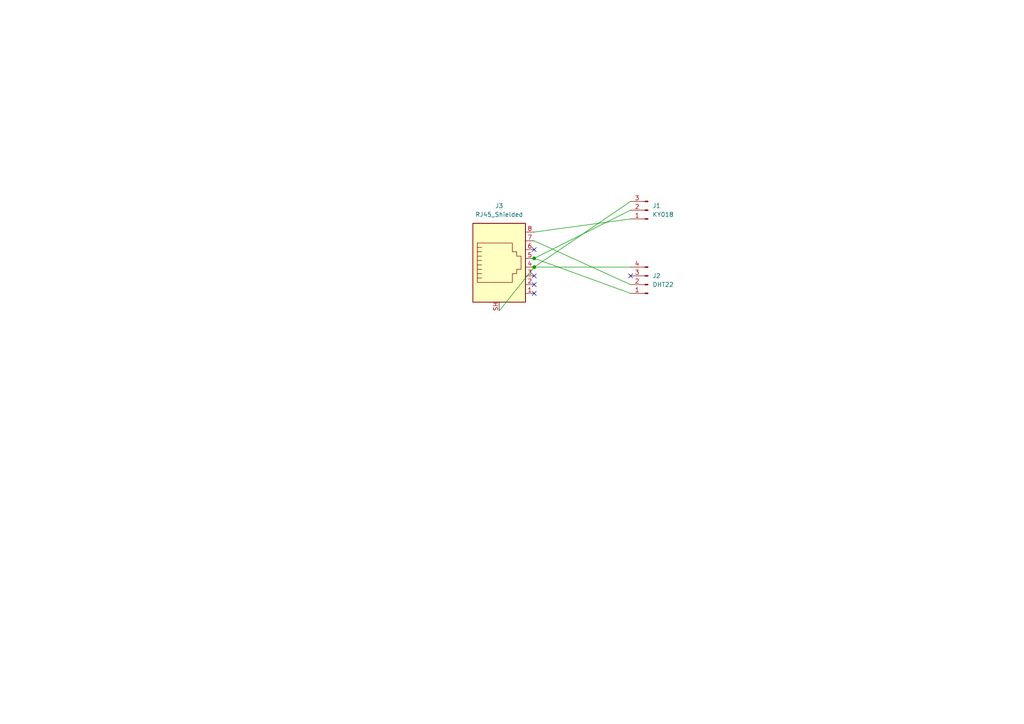
<source format=kicad_sch>
(kicad_sch (version 20211123) (generator eeschema)
  (paper "A4")
  (lib_symbols
    (symbol "Connector:Conn_01x03_Male" (pin_names (offset 1.016) hide)
      (property "Reference" "J" (at 0 5.08 0))
      (property "Value" "Conn_01x03_Male" (at 0 -5.08 0))
      (symbol "Conn_01x03_Male_1_1"
        (polyline (pts (xy 1.27 -2.54) (xy 0.8636 -2.54)) (stroke (width 0.1524)))
        (polyline (pts (xy 1.27 0) (xy 0.8636 0)) (stroke (width 0.1524)))
        (polyline (pts (xy 1.27 2.54) (xy 0.8636 2.54)) (stroke (width 0.1524)))
        (rectangle (start 0.8636 -2.413) (end 0 -2.667) (stroke (width 0.1524)) (fill (type outline)))
        (rectangle (start 0.8636 0.127) (end 0 -0.127) (stroke (width 0.1524)) (fill (type outline)))
        (rectangle (start 0.8636 2.667) (end 0 2.413) (stroke (width 0.1524)) (fill (type outline)))
        (pin passive line (at 5.08 2.54 180) (length 3.81) (name "Pin_1") (number "1"))
        (pin passive line (at 5.08 0 180) (length 3.81) (name "Pin_2") (number "2"))
        (pin passive line (at 5.08 -2.54 180) (length 3.81) (name "Pin_3") (number "3"))
      )
    )
    (symbol "Connector:Conn_01x04_Male" (pin_names (offset 1.016) hide)
      (property "Reference" "J" (at 0 5.08 0))
      (property "Value" "Conn_01x04_Male" (at 0 -7.62 0))
      (symbol "Conn_01x04_Male_1_1"
        (polyline (pts (xy 1.27 -5.08) (xy 0.8636 -5.08)) (stroke (width 0.1524)))
        (polyline (pts (xy 1.27 -2.54) (xy 0.8636 -2.54)) (stroke (width 0.1524)))
        (polyline (pts (xy 1.27 0) (xy 0.8636 0)) (stroke (width 0.1524)))
        (polyline (pts (xy 1.27 2.54) (xy 0.8636 2.54)) (stroke (width 0.1524)))
        (rectangle (start 0.8636 -4.953) (end 0 -5.207) (stroke (width 0.1524)) (fill (type outline)))
        (rectangle (start 0.8636 -2.413) (end 0 -2.667) (stroke (width 0.1524)) (fill (type outline)))
        (rectangle (start 0.8636 0.127) (end 0 -0.127) (stroke (width 0.1524)) (fill (type outline)))
        (rectangle (start 0.8636 2.667) (end 0 2.413) (stroke (width 0.1524)) (fill (type outline)))
        (pin passive line (at 5.08 2.54 180) (length 3.81) (name "Pin_1") (number "1"))
        (pin passive line (at 5.08 0 180) (length 3.81) (name "Pin_2") (number "2"))
        (pin passive line (at 5.08 -2.54 180) (length 3.81) (name "Pin_3") (number "3"))
        (pin passive line (at 5.08 -5.08 180) (length 3.81) (name "Pin_4") (number "4"))
      )
    )
    (symbol "Connector:RJ45_Shielded" (pin_names (offset 1.016))
      (property "Reference" "J" (at -5.08 13.97 0))
      (property "Value" "RJ45_Shielded" (at 2.54 13.97 0))
      (symbol "RJ45_Shielded_0_1"
        (polyline (pts (xy -5.08 4.445) (xy -6.35 4.445)))
        (polyline (pts (xy -5.08 5.715) (xy -6.35 5.715)))
        (polyline (pts (xy -6.35 -3.175) (xy -5.08 -3.175) (xy -5.08 -3.175)))
        (polyline (pts (xy -6.35 -1.905) (xy -5.08 -1.905) (xy -5.08 -1.905)))
        (polyline (pts (xy -6.35 -0.635) (xy -5.08 -0.635) (xy -5.08 -0.635)))
        (polyline (pts (xy -6.35 0.635) (xy -5.08 0.635) (xy -5.08 0.635)))
        (polyline (pts (xy -6.35 1.905) (xy -5.08 1.905) (xy -5.08 1.905)))
        (polyline (pts (xy -5.08 3.175) (xy -6.35 3.175) (xy -6.35 3.175)))
        (polyline (pts (xy -6.35 -4.445) (xy -6.35 6.985) (xy 3.81 6.985) (xy 3.81 4.445) (xy 5.08 4.445) (xy 5.08 3.175) (xy 6.35 3.175) (xy 6.35 -0.635) (xy 5.08 -0.635) (xy 5.08 -1.905) (xy 3.81 -1.905) (xy 3.81 -4.445) (xy -6.35 -4.445) (xy -6.35 -4.445)))
        (rectangle (start 7.62 12.7) (end -7.62 -10.16) (stroke (width 0.254)) (fill (type background)))
      )
      (symbol "RJ45_Shielded_1_1"
        (pin passive line (at 10.16 -7.62 180) (length 2.54) (name "~") (number "1"))
        (pin passive line (at 10.16 -5.08 180) (length 2.54) (name "~") (number "2"))
        (pin passive line (at 10.16 -2.54 180) (length 2.54) (name "~") (number "3"))
        (pin passive line (at 10.16 0 180) (length 2.54) (name "~") (number "4"))
        (pin passive line (at 10.16 2.54 180) (length 2.54) (name "~") (number "5"))
        (pin passive line (at 10.16 5.08 180) (length 2.54) (name "~") (number "6"))
        (pin passive line (at 10.16 7.62 180) (length 2.54) (name "~") (number "7"))
        (pin passive line (at 10.16 10.16 180) (length 2.54) (name "~") (number "8"))
        (pin passive line (at 0 -12.7 90) (length 2.54) (name "~") (number "SH"))
      )
    )
  )
  (junction (at 154.94 77.47))
  (junction (at 154.94 74.93))
  (no_connect (at 154.94 85.09))
  (no_connect (at 154.94 80.01))
  (no_connect (at 154.94 82.55))
  (no_connect (at 154.94 72.39))
  (no_connect (at 182.88 80.01))
  (wire (pts (xy 154.94 67.31) (xy 182.88 63.5)))
  (wire (pts (xy 154.94 74.93) (xy 182.88 60.96)))
  (wire (pts (xy 154.94 77.47) (xy 144.78 90.17)))
  (wire (pts (xy 154.94 77.47) (xy 182.88 77.47)))
  (wire (pts (xy 154.94 69.85) (xy 182.88 82.55)))
  (wire (pts (xy 154.94 74.93) (xy 182.88 85.09)))
  (wire (pts (xy 154.94 77.47) (xy 182.88 58.42)))
  (symbol (lib_id "Connector:Conn_01x04_Male") (at 187.96 82.55 180) (unit 1)
    (property "Reference" "J2" (at 189.23 80.0099 0) (effects (justify right)))
    (property "Value" "DHT22" (at 189.23 82.5499 0) (effects (justify right)))
    (property "Footprint" "AM2302:AM2302" (effects hide))
  )
  (symbol (lib_id "Connector:Conn_01x03_Male") (at 187.96 60.96 180) (unit 1)
    (property "Reference" "J1" (at 189.23 59.6899 0) (effects (justify right)))
    (property "Value" "KY018" (at 189.23 62.2299 0) (effects (justify right)))
    (property "Footprint" "Connector_PinHeader_2.00mm:PinHeader_1x03_P2.00mm_Vertical" (effects hide))
  )
  (symbol (lib_id "Connector:RJ45_Shielded") (at 144.78 77.47 0) (unit 1)
    (property "Reference" "J3" (at 144.78 59.69 0))
    (property "Value" "RJ45_Shielded" (at 144.78 62.23 0))
    (property "Footprint" "Connector_RJ:RJ45_Ninigi_GE" (effects hide))
  )
)
</source>
